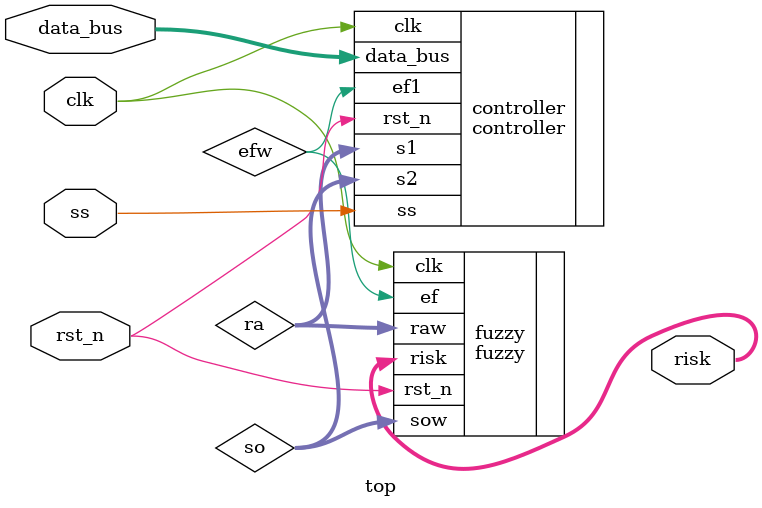
<source format=v>
module top(   
    input  clk,rst_n,ss,
    input wire [7:0] data_bus,     
    output wire [7:0] risk          
    );
  
  wire [7:0]ra;
  wire [7:0]so;
  wire efw;
  
 controller controller (
        .clk(clk),
        .rst_n(rst_n),
        .data_bus(data_bus),
        .ss(ss),
        .ef1(efw),
        .s1(ra),
        .s2(so)
    );    

fuzzy fuzzy(
    .clk(clk),
    .rst_n(rst_n),
    .ef(efw),
    .raw(ra),
    .sow(so),
    .risk(risk)           
    );
endmodule

</source>
